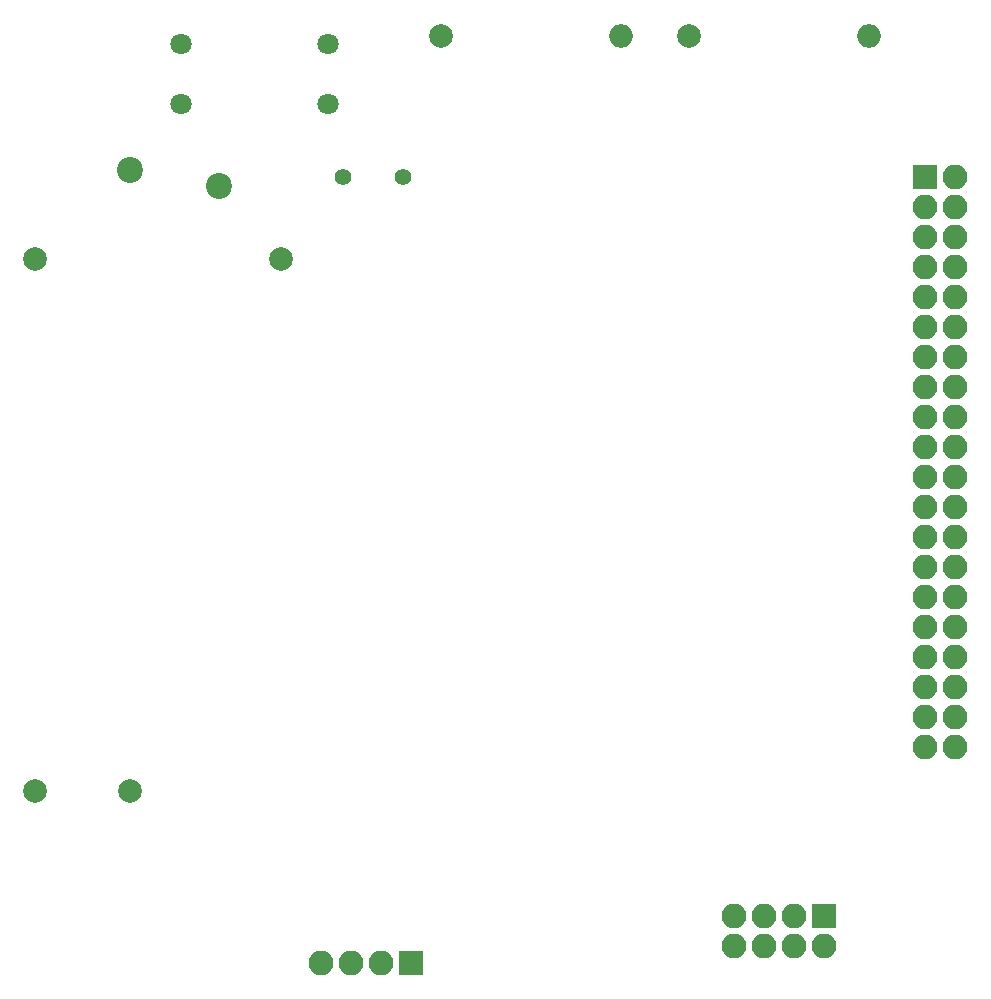
<source format=gbr>
G04 #@! TF.FileFunction,Soldermask,Bot*
%FSLAX46Y46*%
G04 Gerber Fmt 4.6, Leading zero omitted, Abs format (unit mm)*
G04 Created by KiCad (PCBNEW 4.0.7) date Fri May 11 12:16:42 2018*
%MOMM*%
%LPD*%
G01*
G04 APERTURE LIST*
%ADD10C,0.100000*%
%ADD11C,2.200000*%
%ADD12C,1.400000*%
%ADD13C,1.800000*%
%ADD14R,2.100000X2.100000*%
%ADD15O,2.100000X2.100000*%
%ADD16C,2.000000*%
%ADD17O,2.000000X2.000000*%
G04 APERTURE END LIST*
D10*
D11*
X115750000Y-89250000D03*
X108250000Y-87850000D03*
D12*
X131290000Y-88500000D03*
X126210000Y-88500000D03*
D13*
X125000000Y-82290000D03*
X125000000Y-77210000D03*
X112500000Y-82290000D03*
X112500000Y-77210000D03*
D14*
X132000000Y-155000000D03*
D15*
X129460000Y-155000000D03*
X126920000Y-155000000D03*
X124380000Y-155000000D03*
D16*
X155500000Y-76500000D03*
D17*
X170740000Y-76500000D03*
D16*
X134500000Y-76500000D03*
D17*
X149740000Y-76500000D03*
D14*
X167000000Y-151000000D03*
D15*
X167000000Y-153540000D03*
X164460000Y-151000000D03*
X164460000Y-153540000D03*
X161920000Y-151000000D03*
X161920000Y-153540000D03*
X159380000Y-151000000D03*
X159380000Y-153540000D03*
D14*
X175500000Y-88500000D03*
D15*
X178040000Y-88500000D03*
X175500000Y-91040000D03*
X178040000Y-91040000D03*
X175500000Y-93580000D03*
X178040000Y-93580000D03*
X175500000Y-96120000D03*
X178040000Y-96120000D03*
X175500000Y-98660000D03*
X178040000Y-98660000D03*
X175500000Y-101200000D03*
X178040000Y-101200000D03*
X175500000Y-103740000D03*
X178040000Y-103740000D03*
X175500000Y-106280000D03*
X178040000Y-106280000D03*
X175500000Y-108820000D03*
X178040000Y-108820000D03*
X175500000Y-111360000D03*
X178040000Y-111360000D03*
X175500000Y-113900000D03*
X178040000Y-113900000D03*
X175500000Y-116440000D03*
X178040000Y-116440000D03*
X175500000Y-118980000D03*
X178040000Y-118980000D03*
X175500000Y-121520000D03*
X178040000Y-121520000D03*
X175500000Y-124060000D03*
X178040000Y-124060000D03*
X175500000Y-126600000D03*
X178040000Y-126600000D03*
X175500000Y-129140000D03*
X178040000Y-129140000D03*
X175500000Y-131680000D03*
X178040000Y-131680000D03*
X175500000Y-134220000D03*
X178040000Y-134220000D03*
X175500000Y-136760000D03*
X178040000Y-136760000D03*
D16*
X108200000Y-140450000D03*
X100200000Y-140450000D03*
X121000000Y-95450000D03*
X100200000Y-95450000D03*
M02*

</source>
